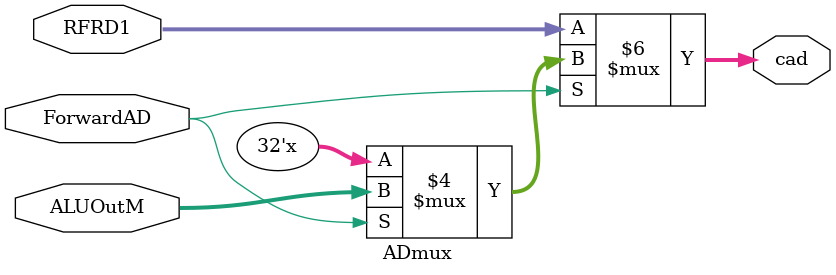
<source format=v>
`timescale 1ns / 1ps


module ADmux(input ForwardAD, input [31:0] RFRD1, ALUOutM, output reg [31:0] cad);
always@(*) begin
if(ForwardAD == 1'b1)
cad <= ALUOutM;
if(ForwardAD == 1'b0)
cad <= RFRD1;
end
endmodule

</source>
